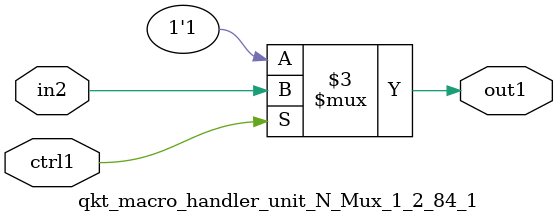
<source format=v>

`timescale 1ps / 1ps


module qkt_macro_handler_unit_N_Mux_1_2_84_1( in2, ctrl1, out1 );

    input in2;
    input ctrl1;
    output out1;
    reg out1;

    
    // rtl_process:qkt_macro_handler_unit_N_Mux_1_2_84_1/qkt_macro_handler_unit_N_Mux_1_2_84_1_thread_1
    always @*
      begin : qkt_macro_handler_unit_N_Mux_1_2_84_1_thread_1
        case (ctrl1) 
          1'b1: 
            begin
              out1 = in2;
            end
          default: 
            begin
              out1 = 1'b1;
            end
        endcase
      end

endmodule



</source>
